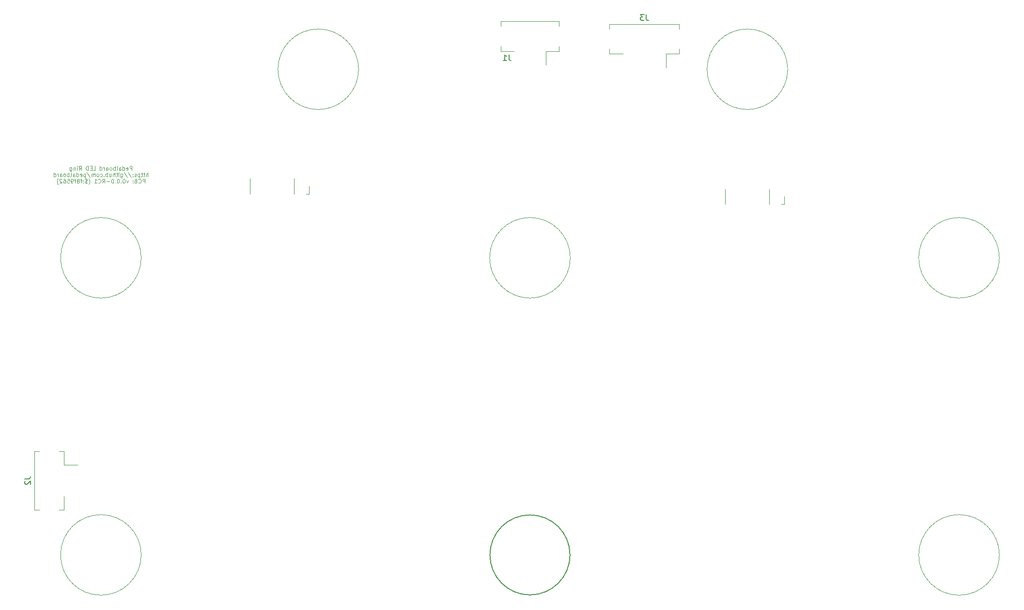
<source format=gbo>
G04 #@! TF.GenerationSoftware,KiCad,Pcbnew,8.0.4+1*
G04 #@! TF.CreationDate,2024-10-05T20:32:55+00:00*
G04 #@! TF.ProjectId,pedalboard-display,70656461-6c62-46f6-9172-642d64697370,0.0.0-RC1*
G04 #@! TF.SameCoordinates,Original*
G04 #@! TF.FileFunction,Legend,Bot*
G04 #@! TF.FilePolarity,Positive*
%FSLAX46Y46*%
G04 Gerber Fmt 4.6, Leading zero omitted, Abs format (unit mm)*
G04 Created by KiCad (PCBNEW 8.0.4+1) date 2024-10-05 20:32:55*
%MOMM*%
%LPD*%
G01*
G04 APERTURE LIST*
%ADD10C,0.100000*%
%ADD11C,0.150000*%
%ADD12C,0.120000*%
%ADD13C,2.100000*%
%ADD14R,1.700000X3.600000*%
%ADD15O,1.700000X3.500000*%
G04 APERTURE END LIST*
D10*
X189050000Y-124000000D02*
G75*
G02*
X174950000Y-124000000I-7050000J0D01*
G01*
X174950000Y-124000000D02*
G75*
G02*
X189050000Y-124000000I7050000J0D01*
G01*
X189050000Y-72000000D02*
G75*
G02*
X174950000Y-72000000I-7050000J0D01*
G01*
X174950000Y-72000000D02*
G75*
G02*
X189050000Y-72000000I7050000J0D01*
G01*
X152050000Y-39000000D02*
G75*
G02*
X137950000Y-39000000I-7050000J0D01*
G01*
X137950000Y-39000000D02*
G75*
G02*
X152050000Y-39000000I7050000J0D01*
G01*
X77050000Y-39000000D02*
G75*
G02*
X62950000Y-39000000I-7050000J0D01*
G01*
X62950000Y-39000000D02*
G75*
G02*
X77050000Y-39000000I7050000J0D01*
G01*
X39050000Y-124000000D02*
G75*
G02*
X24950000Y-124000000I-7050000J0D01*
G01*
X24950000Y-124000000D02*
G75*
G02*
X39050000Y-124000000I7050000J0D01*
G01*
X39050000Y-72000000D02*
G75*
G02*
X24950000Y-72000000I-7050000J0D01*
G01*
X24950000Y-72000000D02*
G75*
G02*
X39050000Y-72000000I7050000J0D01*
G01*
D11*
X114000000Y-124000000D02*
G75*
G02*
X100000000Y-124000000I-7000000J0D01*
G01*
X100000000Y-124000000D02*
G75*
G02*
X114000000Y-124000000I7000000J0D01*
G01*
D10*
X114050000Y-72000000D02*
G75*
G02*
X99950000Y-72000000I-7050000J0D01*
G01*
X99950000Y-72000000D02*
G75*
G02*
X114050000Y-72000000I7050000J0D01*
G01*
X37416664Y-56655211D02*
X37416664Y-55955211D01*
X37416664Y-55955211D02*
X37149997Y-55955211D01*
X37149997Y-55955211D02*
X37083331Y-55988544D01*
X37083331Y-55988544D02*
X37049997Y-56021878D01*
X37049997Y-56021878D02*
X37016664Y-56088544D01*
X37016664Y-56088544D02*
X37016664Y-56188544D01*
X37016664Y-56188544D02*
X37049997Y-56255211D01*
X37049997Y-56255211D02*
X37083331Y-56288544D01*
X37083331Y-56288544D02*
X37149997Y-56321878D01*
X37149997Y-56321878D02*
X37416664Y-56321878D01*
X36449997Y-56621878D02*
X36516664Y-56655211D01*
X36516664Y-56655211D02*
X36649997Y-56655211D01*
X36649997Y-56655211D02*
X36716664Y-56621878D01*
X36716664Y-56621878D02*
X36749997Y-56555211D01*
X36749997Y-56555211D02*
X36749997Y-56288544D01*
X36749997Y-56288544D02*
X36716664Y-56221878D01*
X36716664Y-56221878D02*
X36649997Y-56188544D01*
X36649997Y-56188544D02*
X36516664Y-56188544D01*
X36516664Y-56188544D02*
X36449997Y-56221878D01*
X36449997Y-56221878D02*
X36416664Y-56288544D01*
X36416664Y-56288544D02*
X36416664Y-56355211D01*
X36416664Y-56355211D02*
X36749997Y-56421878D01*
X35816664Y-56655211D02*
X35816664Y-55955211D01*
X35816664Y-56621878D02*
X35883331Y-56655211D01*
X35883331Y-56655211D02*
X36016664Y-56655211D01*
X36016664Y-56655211D02*
X36083331Y-56621878D01*
X36083331Y-56621878D02*
X36116664Y-56588544D01*
X36116664Y-56588544D02*
X36149997Y-56521878D01*
X36149997Y-56521878D02*
X36149997Y-56321878D01*
X36149997Y-56321878D02*
X36116664Y-56255211D01*
X36116664Y-56255211D02*
X36083331Y-56221878D01*
X36083331Y-56221878D02*
X36016664Y-56188544D01*
X36016664Y-56188544D02*
X35883331Y-56188544D01*
X35883331Y-56188544D02*
X35816664Y-56221878D01*
X35183331Y-56655211D02*
X35183331Y-56288544D01*
X35183331Y-56288544D02*
X35216664Y-56221878D01*
X35216664Y-56221878D02*
X35283331Y-56188544D01*
X35283331Y-56188544D02*
X35416664Y-56188544D01*
X35416664Y-56188544D02*
X35483331Y-56221878D01*
X35183331Y-56621878D02*
X35249998Y-56655211D01*
X35249998Y-56655211D02*
X35416664Y-56655211D01*
X35416664Y-56655211D02*
X35483331Y-56621878D01*
X35483331Y-56621878D02*
X35516664Y-56555211D01*
X35516664Y-56555211D02*
X35516664Y-56488544D01*
X35516664Y-56488544D02*
X35483331Y-56421878D01*
X35483331Y-56421878D02*
X35416664Y-56388544D01*
X35416664Y-56388544D02*
X35249998Y-56388544D01*
X35249998Y-56388544D02*
X35183331Y-56355211D01*
X34749998Y-56655211D02*
X34816665Y-56621878D01*
X34816665Y-56621878D02*
X34849998Y-56555211D01*
X34849998Y-56555211D02*
X34849998Y-55955211D01*
X34483331Y-56655211D02*
X34483331Y-55955211D01*
X34483331Y-56221878D02*
X34416664Y-56188544D01*
X34416664Y-56188544D02*
X34283331Y-56188544D01*
X34283331Y-56188544D02*
X34216664Y-56221878D01*
X34216664Y-56221878D02*
X34183331Y-56255211D01*
X34183331Y-56255211D02*
X34149998Y-56321878D01*
X34149998Y-56321878D02*
X34149998Y-56521878D01*
X34149998Y-56521878D02*
X34183331Y-56588544D01*
X34183331Y-56588544D02*
X34216664Y-56621878D01*
X34216664Y-56621878D02*
X34283331Y-56655211D01*
X34283331Y-56655211D02*
X34416664Y-56655211D01*
X34416664Y-56655211D02*
X34483331Y-56621878D01*
X33749998Y-56655211D02*
X33816665Y-56621878D01*
X33816665Y-56621878D02*
X33849998Y-56588544D01*
X33849998Y-56588544D02*
X33883331Y-56521878D01*
X33883331Y-56521878D02*
X33883331Y-56321878D01*
X33883331Y-56321878D02*
X33849998Y-56255211D01*
X33849998Y-56255211D02*
X33816665Y-56221878D01*
X33816665Y-56221878D02*
X33749998Y-56188544D01*
X33749998Y-56188544D02*
X33649998Y-56188544D01*
X33649998Y-56188544D02*
X33583331Y-56221878D01*
X33583331Y-56221878D02*
X33549998Y-56255211D01*
X33549998Y-56255211D02*
X33516665Y-56321878D01*
X33516665Y-56321878D02*
X33516665Y-56521878D01*
X33516665Y-56521878D02*
X33549998Y-56588544D01*
X33549998Y-56588544D02*
X33583331Y-56621878D01*
X33583331Y-56621878D02*
X33649998Y-56655211D01*
X33649998Y-56655211D02*
X33749998Y-56655211D01*
X32916665Y-56655211D02*
X32916665Y-56288544D01*
X32916665Y-56288544D02*
X32949998Y-56221878D01*
X32949998Y-56221878D02*
X33016665Y-56188544D01*
X33016665Y-56188544D02*
X33149998Y-56188544D01*
X33149998Y-56188544D02*
X33216665Y-56221878D01*
X32916665Y-56621878D02*
X32983332Y-56655211D01*
X32983332Y-56655211D02*
X33149998Y-56655211D01*
X33149998Y-56655211D02*
X33216665Y-56621878D01*
X33216665Y-56621878D02*
X33249998Y-56555211D01*
X33249998Y-56555211D02*
X33249998Y-56488544D01*
X33249998Y-56488544D02*
X33216665Y-56421878D01*
X33216665Y-56421878D02*
X33149998Y-56388544D01*
X33149998Y-56388544D02*
X32983332Y-56388544D01*
X32983332Y-56388544D02*
X32916665Y-56355211D01*
X32583332Y-56655211D02*
X32583332Y-56188544D01*
X32583332Y-56321878D02*
X32549999Y-56255211D01*
X32549999Y-56255211D02*
X32516665Y-56221878D01*
X32516665Y-56221878D02*
X32449999Y-56188544D01*
X32449999Y-56188544D02*
X32383332Y-56188544D01*
X31849999Y-56655211D02*
X31849999Y-55955211D01*
X31849999Y-56621878D02*
X31916666Y-56655211D01*
X31916666Y-56655211D02*
X32049999Y-56655211D01*
X32049999Y-56655211D02*
X32116666Y-56621878D01*
X32116666Y-56621878D02*
X32149999Y-56588544D01*
X32149999Y-56588544D02*
X32183332Y-56521878D01*
X32183332Y-56521878D02*
X32183332Y-56321878D01*
X32183332Y-56321878D02*
X32149999Y-56255211D01*
X32149999Y-56255211D02*
X32116666Y-56221878D01*
X32116666Y-56221878D02*
X32049999Y-56188544D01*
X32049999Y-56188544D02*
X31916666Y-56188544D01*
X31916666Y-56188544D02*
X31849999Y-56221878D01*
X30650000Y-56655211D02*
X30983333Y-56655211D01*
X30983333Y-56655211D02*
X30983333Y-55955211D01*
X30416666Y-56288544D02*
X30183333Y-56288544D01*
X30083333Y-56655211D02*
X30416666Y-56655211D01*
X30416666Y-56655211D02*
X30416666Y-55955211D01*
X30416666Y-55955211D02*
X30083333Y-55955211D01*
X29783333Y-56655211D02*
X29783333Y-55955211D01*
X29783333Y-55955211D02*
X29616666Y-55955211D01*
X29616666Y-55955211D02*
X29516666Y-55988544D01*
X29516666Y-55988544D02*
X29450000Y-56055211D01*
X29450000Y-56055211D02*
X29416666Y-56121878D01*
X29416666Y-56121878D02*
X29383333Y-56255211D01*
X29383333Y-56255211D02*
X29383333Y-56355211D01*
X29383333Y-56355211D02*
X29416666Y-56488544D01*
X29416666Y-56488544D02*
X29450000Y-56555211D01*
X29450000Y-56555211D02*
X29516666Y-56621878D01*
X29516666Y-56621878D02*
X29616666Y-56655211D01*
X29616666Y-56655211D02*
X29783333Y-56655211D01*
X28150000Y-56655211D02*
X28383333Y-56321878D01*
X28550000Y-56655211D02*
X28550000Y-55955211D01*
X28550000Y-55955211D02*
X28283333Y-55955211D01*
X28283333Y-55955211D02*
X28216667Y-55988544D01*
X28216667Y-55988544D02*
X28183333Y-56021878D01*
X28183333Y-56021878D02*
X28150000Y-56088544D01*
X28150000Y-56088544D02*
X28150000Y-56188544D01*
X28150000Y-56188544D02*
X28183333Y-56255211D01*
X28183333Y-56255211D02*
X28216667Y-56288544D01*
X28216667Y-56288544D02*
X28283333Y-56321878D01*
X28283333Y-56321878D02*
X28550000Y-56321878D01*
X27850000Y-56655211D02*
X27850000Y-56188544D01*
X27850000Y-55955211D02*
X27883333Y-55988544D01*
X27883333Y-55988544D02*
X27850000Y-56021878D01*
X27850000Y-56021878D02*
X27816667Y-55988544D01*
X27816667Y-55988544D02*
X27850000Y-55955211D01*
X27850000Y-55955211D02*
X27850000Y-56021878D01*
X27516667Y-56188544D02*
X27516667Y-56655211D01*
X27516667Y-56255211D02*
X27483334Y-56221878D01*
X27483334Y-56221878D02*
X27416667Y-56188544D01*
X27416667Y-56188544D02*
X27316667Y-56188544D01*
X27316667Y-56188544D02*
X27250000Y-56221878D01*
X27250000Y-56221878D02*
X27216667Y-56288544D01*
X27216667Y-56288544D02*
X27216667Y-56655211D01*
X26583334Y-56188544D02*
X26583334Y-56755211D01*
X26583334Y-56755211D02*
X26616667Y-56821878D01*
X26616667Y-56821878D02*
X26650001Y-56855211D01*
X26650001Y-56855211D02*
X26716667Y-56888544D01*
X26716667Y-56888544D02*
X26816667Y-56888544D01*
X26816667Y-56888544D02*
X26883334Y-56855211D01*
X26583334Y-56621878D02*
X26650001Y-56655211D01*
X26650001Y-56655211D02*
X26783334Y-56655211D01*
X26783334Y-56655211D02*
X26850001Y-56621878D01*
X26850001Y-56621878D02*
X26883334Y-56588544D01*
X26883334Y-56588544D02*
X26916667Y-56521878D01*
X26916667Y-56521878D02*
X26916667Y-56321878D01*
X26916667Y-56321878D02*
X26883334Y-56255211D01*
X26883334Y-56255211D02*
X26850001Y-56221878D01*
X26850001Y-56221878D02*
X26783334Y-56188544D01*
X26783334Y-56188544D02*
X26650001Y-56188544D01*
X26650001Y-56188544D02*
X26583334Y-56221878D01*
X40216663Y-57782172D02*
X40216663Y-57082172D01*
X39916663Y-57782172D02*
X39916663Y-57415505D01*
X39916663Y-57415505D02*
X39949996Y-57348839D01*
X39949996Y-57348839D02*
X40016663Y-57315505D01*
X40016663Y-57315505D02*
X40116663Y-57315505D01*
X40116663Y-57315505D02*
X40183330Y-57348839D01*
X40183330Y-57348839D02*
X40216663Y-57382172D01*
X39683330Y-57315505D02*
X39416663Y-57315505D01*
X39583330Y-57082172D02*
X39583330Y-57682172D01*
X39583330Y-57682172D02*
X39549997Y-57748839D01*
X39549997Y-57748839D02*
X39483330Y-57782172D01*
X39483330Y-57782172D02*
X39416663Y-57782172D01*
X39283330Y-57315505D02*
X39016663Y-57315505D01*
X39183330Y-57082172D02*
X39183330Y-57682172D01*
X39183330Y-57682172D02*
X39149997Y-57748839D01*
X39149997Y-57748839D02*
X39083330Y-57782172D01*
X39083330Y-57782172D02*
X39016663Y-57782172D01*
X38783330Y-57315505D02*
X38783330Y-58015505D01*
X38783330Y-57348839D02*
X38716663Y-57315505D01*
X38716663Y-57315505D02*
X38583330Y-57315505D01*
X38583330Y-57315505D02*
X38516663Y-57348839D01*
X38516663Y-57348839D02*
X38483330Y-57382172D01*
X38483330Y-57382172D02*
X38449997Y-57448839D01*
X38449997Y-57448839D02*
X38449997Y-57648839D01*
X38449997Y-57648839D02*
X38483330Y-57715505D01*
X38483330Y-57715505D02*
X38516663Y-57748839D01*
X38516663Y-57748839D02*
X38583330Y-57782172D01*
X38583330Y-57782172D02*
X38716663Y-57782172D01*
X38716663Y-57782172D02*
X38783330Y-57748839D01*
X38183330Y-57748839D02*
X38116664Y-57782172D01*
X38116664Y-57782172D02*
X37983330Y-57782172D01*
X37983330Y-57782172D02*
X37916664Y-57748839D01*
X37916664Y-57748839D02*
X37883330Y-57682172D01*
X37883330Y-57682172D02*
X37883330Y-57648839D01*
X37883330Y-57648839D02*
X37916664Y-57582172D01*
X37916664Y-57582172D02*
X37983330Y-57548839D01*
X37983330Y-57548839D02*
X38083330Y-57548839D01*
X38083330Y-57548839D02*
X38149997Y-57515505D01*
X38149997Y-57515505D02*
X38183330Y-57448839D01*
X38183330Y-57448839D02*
X38183330Y-57415505D01*
X38183330Y-57415505D02*
X38149997Y-57348839D01*
X38149997Y-57348839D02*
X38083330Y-57315505D01*
X38083330Y-57315505D02*
X37983330Y-57315505D01*
X37983330Y-57315505D02*
X37916664Y-57348839D01*
X37583330Y-57715505D02*
X37549997Y-57748839D01*
X37549997Y-57748839D02*
X37583330Y-57782172D01*
X37583330Y-57782172D02*
X37616663Y-57748839D01*
X37616663Y-57748839D02*
X37583330Y-57715505D01*
X37583330Y-57715505D02*
X37583330Y-57782172D01*
X37583330Y-57348839D02*
X37549997Y-57382172D01*
X37549997Y-57382172D02*
X37583330Y-57415505D01*
X37583330Y-57415505D02*
X37616663Y-57382172D01*
X37616663Y-57382172D02*
X37583330Y-57348839D01*
X37583330Y-57348839D02*
X37583330Y-57415505D01*
X36749997Y-57048839D02*
X37349997Y-57948839D01*
X36016664Y-57048839D02*
X36616664Y-57948839D01*
X35483331Y-57315505D02*
X35483331Y-57882172D01*
X35483331Y-57882172D02*
X35516664Y-57948839D01*
X35516664Y-57948839D02*
X35549998Y-57982172D01*
X35549998Y-57982172D02*
X35616664Y-58015505D01*
X35616664Y-58015505D02*
X35716664Y-58015505D01*
X35716664Y-58015505D02*
X35783331Y-57982172D01*
X35483331Y-57748839D02*
X35549998Y-57782172D01*
X35549998Y-57782172D02*
X35683331Y-57782172D01*
X35683331Y-57782172D02*
X35749998Y-57748839D01*
X35749998Y-57748839D02*
X35783331Y-57715505D01*
X35783331Y-57715505D02*
X35816664Y-57648839D01*
X35816664Y-57648839D02*
X35816664Y-57448839D01*
X35816664Y-57448839D02*
X35783331Y-57382172D01*
X35783331Y-57382172D02*
X35749998Y-57348839D01*
X35749998Y-57348839D02*
X35683331Y-57315505D01*
X35683331Y-57315505D02*
X35549998Y-57315505D01*
X35549998Y-57315505D02*
X35483331Y-57348839D01*
X35149998Y-57782172D02*
X35149998Y-57315505D01*
X35149998Y-57082172D02*
X35183331Y-57115505D01*
X35183331Y-57115505D02*
X35149998Y-57148839D01*
X35149998Y-57148839D02*
X35116665Y-57115505D01*
X35116665Y-57115505D02*
X35149998Y-57082172D01*
X35149998Y-57082172D02*
X35149998Y-57148839D01*
X34916665Y-57315505D02*
X34649998Y-57315505D01*
X34816665Y-57082172D02*
X34816665Y-57682172D01*
X34816665Y-57682172D02*
X34783332Y-57748839D01*
X34783332Y-57748839D02*
X34716665Y-57782172D01*
X34716665Y-57782172D02*
X34649998Y-57782172D01*
X34416665Y-57782172D02*
X34416665Y-57082172D01*
X34116665Y-57782172D02*
X34116665Y-57415505D01*
X34116665Y-57415505D02*
X34149998Y-57348839D01*
X34149998Y-57348839D02*
X34216665Y-57315505D01*
X34216665Y-57315505D02*
X34316665Y-57315505D01*
X34316665Y-57315505D02*
X34383332Y-57348839D01*
X34383332Y-57348839D02*
X34416665Y-57382172D01*
X33483332Y-57315505D02*
X33483332Y-57782172D01*
X33783332Y-57315505D02*
X33783332Y-57682172D01*
X33783332Y-57682172D02*
X33749999Y-57748839D01*
X33749999Y-57748839D02*
X33683332Y-57782172D01*
X33683332Y-57782172D02*
X33583332Y-57782172D01*
X33583332Y-57782172D02*
X33516665Y-57748839D01*
X33516665Y-57748839D02*
X33483332Y-57715505D01*
X33149999Y-57782172D02*
X33149999Y-57082172D01*
X33149999Y-57348839D02*
X33083332Y-57315505D01*
X33083332Y-57315505D02*
X32949999Y-57315505D01*
X32949999Y-57315505D02*
X32883332Y-57348839D01*
X32883332Y-57348839D02*
X32849999Y-57382172D01*
X32849999Y-57382172D02*
X32816666Y-57448839D01*
X32816666Y-57448839D02*
X32816666Y-57648839D01*
X32816666Y-57648839D02*
X32849999Y-57715505D01*
X32849999Y-57715505D02*
X32883332Y-57748839D01*
X32883332Y-57748839D02*
X32949999Y-57782172D01*
X32949999Y-57782172D02*
X33083332Y-57782172D01*
X33083332Y-57782172D02*
X33149999Y-57748839D01*
X32516666Y-57715505D02*
X32483333Y-57748839D01*
X32483333Y-57748839D02*
X32516666Y-57782172D01*
X32516666Y-57782172D02*
X32549999Y-57748839D01*
X32549999Y-57748839D02*
X32516666Y-57715505D01*
X32516666Y-57715505D02*
X32516666Y-57782172D01*
X31883333Y-57748839D02*
X31950000Y-57782172D01*
X31950000Y-57782172D02*
X32083333Y-57782172D01*
X32083333Y-57782172D02*
X32150000Y-57748839D01*
X32150000Y-57748839D02*
X32183333Y-57715505D01*
X32183333Y-57715505D02*
X32216666Y-57648839D01*
X32216666Y-57648839D02*
X32216666Y-57448839D01*
X32216666Y-57448839D02*
X32183333Y-57382172D01*
X32183333Y-57382172D02*
X32150000Y-57348839D01*
X32150000Y-57348839D02*
X32083333Y-57315505D01*
X32083333Y-57315505D02*
X31950000Y-57315505D01*
X31950000Y-57315505D02*
X31883333Y-57348839D01*
X31483333Y-57782172D02*
X31550000Y-57748839D01*
X31550000Y-57748839D02*
X31583333Y-57715505D01*
X31583333Y-57715505D02*
X31616666Y-57648839D01*
X31616666Y-57648839D02*
X31616666Y-57448839D01*
X31616666Y-57448839D02*
X31583333Y-57382172D01*
X31583333Y-57382172D02*
X31550000Y-57348839D01*
X31550000Y-57348839D02*
X31483333Y-57315505D01*
X31483333Y-57315505D02*
X31383333Y-57315505D01*
X31383333Y-57315505D02*
X31316666Y-57348839D01*
X31316666Y-57348839D02*
X31283333Y-57382172D01*
X31283333Y-57382172D02*
X31250000Y-57448839D01*
X31250000Y-57448839D02*
X31250000Y-57648839D01*
X31250000Y-57648839D02*
X31283333Y-57715505D01*
X31283333Y-57715505D02*
X31316666Y-57748839D01*
X31316666Y-57748839D02*
X31383333Y-57782172D01*
X31383333Y-57782172D02*
X31483333Y-57782172D01*
X30950000Y-57782172D02*
X30950000Y-57315505D01*
X30950000Y-57382172D02*
X30916667Y-57348839D01*
X30916667Y-57348839D02*
X30850000Y-57315505D01*
X30850000Y-57315505D02*
X30750000Y-57315505D01*
X30750000Y-57315505D02*
X30683333Y-57348839D01*
X30683333Y-57348839D02*
X30650000Y-57415505D01*
X30650000Y-57415505D02*
X30650000Y-57782172D01*
X30650000Y-57415505D02*
X30616667Y-57348839D01*
X30616667Y-57348839D02*
X30550000Y-57315505D01*
X30550000Y-57315505D02*
X30450000Y-57315505D01*
X30450000Y-57315505D02*
X30383333Y-57348839D01*
X30383333Y-57348839D02*
X30350000Y-57415505D01*
X30350000Y-57415505D02*
X30350000Y-57782172D01*
X29516667Y-57048839D02*
X30116667Y-57948839D01*
X29283334Y-57315505D02*
X29283334Y-58015505D01*
X29283334Y-57348839D02*
X29216667Y-57315505D01*
X29216667Y-57315505D02*
X29083334Y-57315505D01*
X29083334Y-57315505D02*
X29016667Y-57348839D01*
X29016667Y-57348839D02*
X28983334Y-57382172D01*
X28983334Y-57382172D02*
X28950001Y-57448839D01*
X28950001Y-57448839D02*
X28950001Y-57648839D01*
X28950001Y-57648839D02*
X28983334Y-57715505D01*
X28983334Y-57715505D02*
X29016667Y-57748839D01*
X29016667Y-57748839D02*
X29083334Y-57782172D01*
X29083334Y-57782172D02*
X29216667Y-57782172D01*
X29216667Y-57782172D02*
X29283334Y-57748839D01*
X28383334Y-57748839D02*
X28450001Y-57782172D01*
X28450001Y-57782172D02*
X28583334Y-57782172D01*
X28583334Y-57782172D02*
X28650001Y-57748839D01*
X28650001Y-57748839D02*
X28683334Y-57682172D01*
X28683334Y-57682172D02*
X28683334Y-57415505D01*
X28683334Y-57415505D02*
X28650001Y-57348839D01*
X28650001Y-57348839D02*
X28583334Y-57315505D01*
X28583334Y-57315505D02*
X28450001Y-57315505D01*
X28450001Y-57315505D02*
X28383334Y-57348839D01*
X28383334Y-57348839D02*
X28350001Y-57415505D01*
X28350001Y-57415505D02*
X28350001Y-57482172D01*
X28350001Y-57482172D02*
X28683334Y-57548839D01*
X27750001Y-57782172D02*
X27750001Y-57082172D01*
X27750001Y-57748839D02*
X27816668Y-57782172D01*
X27816668Y-57782172D02*
X27950001Y-57782172D01*
X27950001Y-57782172D02*
X28016668Y-57748839D01*
X28016668Y-57748839D02*
X28050001Y-57715505D01*
X28050001Y-57715505D02*
X28083334Y-57648839D01*
X28083334Y-57648839D02*
X28083334Y-57448839D01*
X28083334Y-57448839D02*
X28050001Y-57382172D01*
X28050001Y-57382172D02*
X28016668Y-57348839D01*
X28016668Y-57348839D02*
X27950001Y-57315505D01*
X27950001Y-57315505D02*
X27816668Y-57315505D01*
X27816668Y-57315505D02*
X27750001Y-57348839D01*
X27116668Y-57782172D02*
X27116668Y-57415505D01*
X27116668Y-57415505D02*
X27150001Y-57348839D01*
X27150001Y-57348839D02*
X27216668Y-57315505D01*
X27216668Y-57315505D02*
X27350001Y-57315505D01*
X27350001Y-57315505D02*
X27416668Y-57348839D01*
X27116668Y-57748839D02*
X27183335Y-57782172D01*
X27183335Y-57782172D02*
X27350001Y-57782172D01*
X27350001Y-57782172D02*
X27416668Y-57748839D01*
X27416668Y-57748839D02*
X27450001Y-57682172D01*
X27450001Y-57682172D02*
X27450001Y-57615505D01*
X27450001Y-57615505D02*
X27416668Y-57548839D01*
X27416668Y-57548839D02*
X27350001Y-57515505D01*
X27350001Y-57515505D02*
X27183335Y-57515505D01*
X27183335Y-57515505D02*
X27116668Y-57482172D01*
X26683335Y-57782172D02*
X26750002Y-57748839D01*
X26750002Y-57748839D02*
X26783335Y-57682172D01*
X26783335Y-57682172D02*
X26783335Y-57082172D01*
X26416668Y-57782172D02*
X26416668Y-57082172D01*
X26416668Y-57348839D02*
X26350001Y-57315505D01*
X26350001Y-57315505D02*
X26216668Y-57315505D01*
X26216668Y-57315505D02*
X26150001Y-57348839D01*
X26150001Y-57348839D02*
X26116668Y-57382172D01*
X26116668Y-57382172D02*
X26083335Y-57448839D01*
X26083335Y-57448839D02*
X26083335Y-57648839D01*
X26083335Y-57648839D02*
X26116668Y-57715505D01*
X26116668Y-57715505D02*
X26150001Y-57748839D01*
X26150001Y-57748839D02*
X26216668Y-57782172D01*
X26216668Y-57782172D02*
X26350001Y-57782172D01*
X26350001Y-57782172D02*
X26416668Y-57748839D01*
X25683335Y-57782172D02*
X25750002Y-57748839D01*
X25750002Y-57748839D02*
X25783335Y-57715505D01*
X25783335Y-57715505D02*
X25816668Y-57648839D01*
X25816668Y-57648839D02*
X25816668Y-57448839D01*
X25816668Y-57448839D02*
X25783335Y-57382172D01*
X25783335Y-57382172D02*
X25750002Y-57348839D01*
X25750002Y-57348839D02*
X25683335Y-57315505D01*
X25683335Y-57315505D02*
X25583335Y-57315505D01*
X25583335Y-57315505D02*
X25516668Y-57348839D01*
X25516668Y-57348839D02*
X25483335Y-57382172D01*
X25483335Y-57382172D02*
X25450002Y-57448839D01*
X25450002Y-57448839D02*
X25450002Y-57648839D01*
X25450002Y-57648839D02*
X25483335Y-57715505D01*
X25483335Y-57715505D02*
X25516668Y-57748839D01*
X25516668Y-57748839D02*
X25583335Y-57782172D01*
X25583335Y-57782172D02*
X25683335Y-57782172D01*
X24850002Y-57782172D02*
X24850002Y-57415505D01*
X24850002Y-57415505D02*
X24883335Y-57348839D01*
X24883335Y-57348839D02*
X24950002Y-57315505D01*
X24950002Y-57315505D02*
X25083335Y-57315505D01*
X25083335Y-57315505D02*
X25150002Y-57348839D01*
X24850002Y-57748839D02*
X24916669Y-57782172D01*
X24916669Y-57782172D02*
X25083335Y-57782172D01*
X25083335Y-57782172D02*
X25150002Y-57748839D01*
X25150002Y-57748839D02*
X25183335Y-57682172D01*
X25183335Y-57682172D02*
X25183335Y-57615505D01*
X25183335Y-57615505D02*
X25150002Y-57548839D01*
X25150002Y-57548839D02*
X25083335Y-57515505D01*
X25083335Y-57515505D02*
X24916669Y-57515505D01*
X24916669Y-57515505D02*
X24850002Y-57482172D01*
X24516669Y-57782172D02*
X24516669Y-57315505D01*
X24516669Y-57448839D02*
X24483336Y-57382172D01*
X24483336Y-57382172D02*
X24450002Y-57348839D01*
X24450002Y-57348839D02*
X24383336Y-57315505D01*
X24383336Y-57315505D02*
X24316669Y-57315505D01*
X23783336Y-57782172D02*
X23783336Y-57082172D01*
X23783336Y-57748839D02*
X23850003Y-57782172D01*
X23850003Y-57782172D02*
X23983336Y-57782172D01*
X23983336Y-57782172D02*
X24050003Y-57748839D01*
X24050003Y-57748839D02*
X24083336Y-57715505D01*
X24083336Y-57715505D02*
X24116669Y-57648839D01*
X24116669Y-57648839D02*
X24116669Y-57448839D01*
X24116669Y-57448839D02*
X24083336Y-57382172D01*
X24083336Y-57382172D02*
X24050003Y-57348839D01*
X24050003Y-57348839D02*
X23983336Y-57315505D01*
X23983336Y-57315505D02*
X23850003Y-57315505D01*
X23850003Y-57315505D02*
X23783336Y-57348839D01*
X39683334Y-58909133D02*
X39683334Y-58209133D01*
X39683334Y-58209133D02*
X39416667Y-58209133D01*
X39416667Y-58209133D02*
X39350001Y-58242466D01*
X39350001Y-58242466D02*
X39316667Y-58275800D01*
X39316667Y-58275800D02*
X39283334Y-58342466D01*
X39283334Y-58342466D02*
X39283334Y-58442466D01*
X39283334Y-58442466D02*
X39316667Y-58509133D01*
X39316667Y-58509133D02*
X39350001Y-58542466D01*
X39350001Y-58542466D02*
X39416667Y-58575800D01*
X39416667Y-58575800D02*
X39683334Y-58575800D01*
X38583334Y-58842466D02*
X38616667Y-58875800D01*
X38616667Y-58875800D02*
X38716667Y-58909133D01*
X38716667Y-58909133D02*
X38783334Y-58909133D01*
X38783334Y-58909133D02*
X38883334Y-58875800D01*
X38883334Y-58875800D02*
X38950001Y-58809133D01*
X38950001Y-58809133D02*
X38983334Y-58742466D01*
X38983334Y-58742466D02*
X39016667Y-58609133D01*
X39016667Y-58609133D02*
X39016667Y-58509133D01*
X39016667Y-58509133D02*
X38983334Y-58375800D01*
X38983334Y-58375800D02*
X38950001Y-58309133D01*
X38950001Y-58309133D02*
X38883334Y-58242466D01*
X38883334Y-58242466D02*
X38783334Y-58209133D01*
X38783334Y-58209133D02*
X38716667Y-58209133D01*
X38716667Y-58209133D02*
X38616667Y-58242466D01*
X38616667Y-58242466D02*
X38583334Y-58275800D01*
X38050001Y-58542466D02*
X37950001Y-58575800D01*
X37950001Y-58575800D02*
X37916667Y-58609133D01*
X37916667Y-58609133D02*
X37883334Y-58675800D01*
X37883334Y-58675800D02*
X37883334Y-58775800D01*
X37883334Y-58775800D02*
X37916667Y-58842466D01*
X37916667Y-58842466D02*
X37950001Y-58875800D01*
X37950001Y-58875800D02*
X38016667Y-58909133D01*
X38016667Y-58909133D02*
X38283334Y-58909133D01*
X38283334Y-58909133D02*
X38283334Y-58209133D01*
X38283334Y-58209133D02*
X38050001Y-58209133D01*
X38050001Y-58209133D02*
X37983334Y-58242466D01*
X37983334Y-58242466D02*
X37950001Y-58275800D01*
X37950001Y-58275800D02*
X37916667Y-58342466D01*
X37916667Y-58342466D02*
X37916667Y-58409133D01*
X37916667Y-58409133D02*
X37950001Y-58475800D01*
X37950001Y-58475800D02*
X37983334Y-58509133D01*
X37983334Y-58509133D02*
X38050001Y-58542466D01*
X38050001Y-58542466D02*
X38283334Y-58542466D01*
X37583334Y-58842466D02*
X37550001Y-58875800D01*
X37550001Y-58875800D02*
X37583334Y-58909133D01*
X37583334Y-58909133D02*
X37616667Y-58875800D01*
X37616667Y-58875800D02*
X37583334Y-58842466D01*
X37583334Y-58842466D02*
X37583334Y-58909133D01*
X37583334Y-58475800D02*
X37550001Y-58509133D01*
X37550001Y-58509133D02*
X37583334Y-58542466D01*
X37583334Y-58542466D02*
X37616667Y-58509133D01*
X37616667Y-58509133D02*
X37583334Y-58475800D01*
X37583334Y-58475800D02*
X37583334Y-58542466D01*
X36783335Y-58442466D02*
X36616668Y-58909133D01*
X36616668Y-58909133D02*
X36450001Y-58442466D01*
X36050002Y-58209133D02*
X35983335Y-58209133D01*
X35983335Y-58209133D02*
X35916668Y-58242466D01*
X35916668Y-58242466D02*
X35883335Y-58275800D01*
X35883335Y-58275800D02*
X35850002Y-58342466D01*
X35850002Y-58342466D02*
X35816668Y-58475800D01*
X35816668Y-58475800D02*
X35816668Y-58642466D01*
X35816668Y-58642466D02*
X35850002Y-58775800D01*
X35850002Y-58775800D02*
X35883335Y-58842466D01*
X35883335Y-58842466D02*
X35916668Y-58875800D01*
X35916668Y-58875800D02*
X35983335Y-58909133D01*
X35983335Y-58909133D02*
X36050002Y-58909133D01*
X36050002Y-58909133D02*
X36116668Y-58875800D01*
X36116668Y-58875800D02*
X36150002Y-58842466D01*
X36150002Y-58842466D02*
X36183335Y-58775800D01*
X36183335Y-58775800D02*
X36216668Y-58642466D01*
X36216668Y-58642466D02*
X36216668Y-58475800D01*
X36216668Y-58475800D02*
X36183335Y-58342466D01*
X36183335Y-58342466D02*
X36150002Y-58275800D01*
X36150002Y-58275800D02*
X36116668Y-58242466D01*
X36116668Y-58242466D02*
X36050002Y-58209133D01*
X35516668Y-58842466D02*
X35483335Y-58875800D01*
X35483335Y-58875800D02*
X35516668Y-58909133D01*
X35516668Y-58909133D02*
X35550001Y-58875800D01*
X35550001Y-58875800D02*
X35516668Y-58842466D01*
X35516668Y-58842466D02*
X35516668Y-58909133D01*
X35050002Y-58209133D02*
X34983335Y-58209133D01*
X34983335Y-58209133D02*
X34916668Y-58242466D01*
X34916668Y-58242466D02*
X34883335Y-58275800D01*
X34883335Y-58275800D02*
X34850002Y-58342466D01*
X34850002Y-58342466D02*
X34816668Y-58475800D01*
X34816668Y-58475800D02*
X34816668Y-58642466D01*
X34816668Y-58642466D02*
X34850002Y-58775800D01*
X34850002Y-58775800D02*
X34883335Y-58842466D01*
X34883335Y-58842466D02*
X34916668Y-58875800D01*
X34916668Y-58875800D02*
X34983335Y-58909133D01*
X34983335Y-58909133D02*
X35050002Y-58909133D01*
X35050002Y-58909133D02*
X35116668Y-58875800D01*
X35116668Y-58875800D02*
X35150002Y-58842466D01*
X35150002Y-58842466D02*
X35183335Y-58775800D01*
X35183335Y-58775800D02*
X35216668Y-58642466D01*
X35216668Y-58642466D02*
X35216668Y-58475800D01*
X35216668Y-58475800D02*
X35183335Y-58342466D01*
X35183335Y-58342466D02*
X35150002Y-58275800D01*
X35150002Y-58275800D02*
X35116668Y-58242466D01*
X35116668Y-58242466D02*
X35050002Y-58209133D01*
X34516668Y-58842466D02*
X34483335Y-58875800D01*
X34483335Y-58875800D02*
X34516668Y-58909133D01*
X34516668Y-58909133D02*
X34550001Y-58875800D01*
X34550001Y-58875800D02*
X34516668Y-58842466D01*
X34516668Y-58842466D02*
X34516668Y-58909133D01*
X34050002Y-58209133D02*
X33983335Y-58209133D01*
X33983335Y-58209133D02*
X33916668Y-58242466D01*
X33916668Y-58242466D02*
X33883335Y-58275800D01*
X33883335Y-58275800D02*
X33850002Y-58342466D01*
X33850002Y-58342466D02*
X33816668Y-58475800D01*
X33816668Y-58475800D02*
X33816668Y-58642466D01*
X33816668Y-58642466D02*
X33850002Y-58775800D01*
X33850002Y-58775800D02*
X33883335Y-58842466D01*
X33883335Y-58842466D02*
X33916668Y-58875800D01*
X33916668Y-58875800D02*
X33983335Y-58909133D01*
X33983335Y-58909133D02*
X34050002Y-58909133D01*
X34050002Y-58909133D02*
X34116668Y-58875800D01*
X34116668Y-58875800D02*
X34150002Y-58842466D01*
X34150002Y-58842466D02*
X34183335Y-58775800D01*
X34183335Y-58775800D02*
X34216668Y-58642466D01*
X34216668Y-58642466D02*
X34216668Y-58475800D01*
X34216668Y-58475800D02*
X34183335Y-58342466D01*
X34183335Y-58342466D02*
X34150002Y-58275800D01*
X34150002Y-58275800D02*
X34116668Y-58242466D01*
X34116668Y-58242466D02*
X34050002Y-58209133D01*
X33516668Y-58642466D02*
X32983335Y-58642466D01*
X32250001Y-58909133D02*
X32483334Y-58575800D01*
X32650001Y-58909133D02*
X32650001Y-58209133D01*
X32650001Y-58209133D02*
X32383334Y-58209133D01*
X32383334Y-58209133D02*
X32316668Y-58242466D01*
X32316668Y-58242466D02*
X32283334Y-58275800D01*
X32283334Y-58275800D02*
X32250001Y-58342466D01*
X32250001Y-58342466D02*
X32250001Y-58442466D01*
X32250001Y-58442466D02*
X32283334Y-58509133D01*
X32283334Y-58509133D02*
X32316668Y-58542466D01*
X32316668Y-58542466D02*
X32383334Y-58575800D01*
X32383334Y-58575800D02*
X32650001Y-58575800D01*
X31550001Y-58842466D02*
X31583334Y-58875800D01*
X31583334Y-58875800D02*
X31683334Y-58909133D01*
X31683334Y-58909133D02*
X31750001Y-58909133D01*
X31750001Y-58909133D02*
X31850001Y-58875800D01*
X31850001Y-58875800D02*
X31916668Y-58809133D01*
X31916668Y-58809133D02*
X31950001Y-58742466D01*
X31950001Y-58742466D02*
X31983334Y-58609133D01*
X31983334Y-58609133D02*
X31983334Y-58509133D01*
X31983334Y-58509133D02*
X31950001Y-58375800D01*
X31950001Y-58375800D02*
X31916668Y-58309133D01*
X31916668Y-58309133D02*
X31850001Y-58242466D01*
X31850001Y-58242466D02*
X31750001Y-58209133D01*
X31750001Y-58209133D02*
X31683334Y-58209133D01*
X31683334Y-58209133D02*
X31583334Y-58242466D01*
X31583334Y-58242466D02*
X31550001Y-58275800D01*
X30883334Y-58909133D02*
X31283334Y-58909133D01*
X31083334Y-58909133D02*
X31083334Y-58209133D01*
X31083334Y-58209133D02*
X31150001Y-58309133D01*
X31150001Y-58309133D02*
X31216668Y-58375800D01*
X31216668Y-58375800D02*
X31283334Y-58409133D01*
X29850001Y-59175800D02*
X29883334Y-59142466D01*
X29883334Y-59142466D02*
X29950001Y-59042466D01*
X29950001Y-59042466D02*
X29983334Y-58975800D01*
X29983334Y-58975800D02*
X30016668Y-58875800D01*
X30016668Y-58875800D02*
X30050001Y-58709133D01*
X30050001Y-58709133D02*
X30050001Y-58575800D01*
X30050001Y-58575800D02*
X30016668Y-58409133D01*
X30016668Y-58409133D02*
X29983334Y-58309133D01*
X29983334Y-58309133D02*
X29950001Y-58242466D01*
X29950001Y-58242466D02*
X29883334Y-58142466D01*
X29883334Y-58142466D02*
X29850001Y-58109133D01*
X29616667Y-58875800D02*
X29516667Y-58909133D01*
X29516667Y-58909133D02*
X29350001Y-58909133D01*
X29350001Y-58909133D02*
X29283334Y-58875800D01*
X29283334Y-58875800D02*
X29250001Y-58842466D01*
X29250001Y-58842466D02*
X29216667Y-58775800D01*
X29216667Y-58775800D02*
X29216667Y-58709133D01*
X29216667Y-58709133D02*
X29250001Y-58642466D01*
X29250001Y-58642466D02*
X29283334Y-58609133D01*
X29283334Y-58609133D02*
X29350001Y-58575800D01*
X29350001Y-58575800D02*
X29483334Y-58542466D01*
X29483334Y-58542466D02*
X29550001Y-58509133D01*
X29550001Y-58509133D02*
X29583334Y-58475800D01*
X29583334Y-58475800D02*
X29616667Y-58409133D01*
X29616667Y-58409133D02*
X29616667Y-58342466D01*
X29616667Y-58342466D02*
X29583334Y-58275800D01*
X29583334Y-58275800D02*
X29550001Y-58242466D01*
X29550001Y-58242466D02*
X29483334Y-58209133D01*
X29483334Y-58209133D02*
X29316667Y-58209133D01*
X29316667Y-58209133D02*
X29216667Y-58242466D01*
X29416667Y-58109133D02*
X29416667Y-59009133D01*
X28916667Y-58842466D02*
X28883334Y-58875800D01*
X28883334Y-58875800D02*
X28916667Y-58909133D01*
X28916667Y-58909133D02*
X28950000Y-58875800D01*
X28950000Y-58875800D02*
X28916667Y-58842466D01*
X28916667Y-58842466D02*
X28916667Y-58909133D01*
X28916667Y-58475800D02*
X28883334Y-58509133D01*
X28883334Y-58509133D02*
X28916667Y-58542466D01*
X28916667Y-58542466D02*
X28950000Y-58509133D01*
X28950000Y-58509133D02*
X28916667Y-58475800D01*
X28916667Y-58475800D02*
X28916667Y-58542466D01*
X28683334Y-58442466D02*
X28416667Y-58442466D01*
X28583334Y-58909133D02*
X28583334Y-58309133D01*
X28583334Y-58309133D02*
X28550001Y-58242466D01*
X28550001Y-58242466D02*
X28483334Y-58209133D01*
X28483334Y-58209133D02*
X28416667Y-58209133D01*
X28083334Y-58509133D02*
X28150001Y-58475800D01*
X28150001Y-58475800D02*
X28183334Y-58442466D01*
X28183334Y-58442466D02*
X28216667Y-58375800D01*
X28216667Y-58375800D02*
X28216667Y-58342466D01*
X28216667Y-58342466D02*
X28183334Y-58275800D01*
X28183334Y-58275800D02*
X28150001Y-58242466D01*
X28150001Y-58242466D02*
X28083334Y-58209133D01*
X28083334Y-58209133D02*
X27950001Y-58209133D01*
X27950001Y-58209133D02*
X27883334Y-58242466D01*
X27883334Y-58242466D02*
X27850001Y-58275800D01*
X27850001Y-58275800D02*
X27816667Y-58342466D01*
X27816667Y-58342466D02*
X27816667Y-58375800D01*
X27816667Y-58375800D02*
X27850001Y-58442466D01*
X27850001Y-58442466D02*
X27883334Y-58475800D01*
X27883334Y-58475800D02*
X27950001Y-58509133D01*
X27950001Y-58509133D02*
X28083334Y-58509133D01*
X28083334Y-58509133D02*
X28150001Y-58542466D01*
X28150001Y-58542466D02*
X28183334Y-58575800D01*
X28183334Y-58575800D02*
X28216667Y-58642466D01*
X28216667Y-58642466D02*
X28216667Y-58775800D01*
X28216667Y-58775800D02*
X28183334Y-58842466D01*
X28183334Y-58842466D02*
X28150001Y-58875800D01*
X28150001Y-58875800D02*
X28083334Y-58909133D01*
X28083334Y-58909133D02*
X27950001Y-58909133D01*
X27950001Y-58909133D02*
X27883334Y-58875800D01*
X27883334Y-58875800D02*
X27850001Y-58842466D01*
X27850001Y-58842466D02*
X27816667Y-58775800D01*
X27816667Y-58775800D02*
X27816667Y-58642466D01*
X27816667Y-58642466D02*
X27850001Y-58575800D01*
X27850001Y-58575800D02*
X27883334Y-58542466D01*
X27883334Y-58542466D02*
X27950001Y-58509133D01*
X27616667Y-58442466D02*
X27350000Y-58442466D01*
X27516667Y-58909133D02*
X27516667Y-58309133D01*
X27516667Y-58309133D02*
X27483334Y-58242466D01*
X27483334Y-58242466D02*
X27416667Y-58209133D01*
X27416667Y-58209133D02*
X27350000Y-58209133D01*
X27083334Y-58909133D02*
X26950000Y-58909133D01*
X26950000Y-58909133D02*
X26883334Y-58875800D01*
X26883334Y-58875800D02*
X26850000Y-58842466D01*
X26850000Y-58842466D02*
X26783334Y-58742466D01*
X26783334Y-58742466D02*
X26750000Y-58609133D01*
X26750000Y-58609133D02*
X26750000Y-58342466D01*
X26750000Y-58342466D02*
X26783334Y-58275800D01*
X26783334Y-58275800D02*
X26816667Y-58242466D01*
X26816667Y-58242466D02*
X26883334Y-58209133D01*
X26883334Y-58209133D02*
X27016667Y-58209133D01*
X27016667Y-58209133D02*
X27083334Y-58242466D01*
X27083334Y-58242466D02*
X27116667Y-58275800D01*
X27116667Y-58275800D02*
X27150000Y-58342466D01*
X27150000Y-58342466D02*
X27150000Y-58509133D01*
X27150000Y-58509133D02*
X27116667Y-58575800D01*
X27116667Y-58575800D02*
X27083334Y-58609133D01*
X27083334Y-58609133D02*
X27016667Y-58642466D01*
X27016667Y-58642466D02*
X26883334Y-58642466D01*
X26883334Y-58642466D02*
X26816667Y-58609133D01*
X26816667Y-58609133D02*
X26783334Y-58575800D01*
X26783334Y-58575800D02*
X26750000Y-58509133D01*
X26116667Y-58209133D02*
X26450000Y-58209133D01*
X26450000Y-58209133D02*
X26483333Y-58542466D01*
X26483333Y-58542466D02*
X26450000Y-58509133D01*
X26450000Y-58509133D02*
X26383333Y-58475800D01*
X26383333Y-58475800D02*
X26216667Y-58475800D01*
X26216667Y-58475800D02*
X26150000Y-58509133D01*
X26150000Y-58509133D02*
X26116667Y-58542466D01*
X26116667Y-58542466D02*
X26083333Y-58609133D01*
X26083333Y-58609133D02*
X26083333Y-58775800D01*
X26083333Y-58775800D02*
X26116667Y-58842466D01*
X26116667Y-58842466D02*
X26150000Y-58875800D01*
X26150000Y-58875800D02*
X26216667Y-58909133D01*
X26216667Y-58909133D02*
X26383333Y-58909133D01*
X26383333Y-58909133D02*
X26450000Y-58875800D01*
X26450000Y-58875800D02*
X26483333Y-58842466D01*
X25483333Y-58209133D02*
X25616666Y-58209133D01*
X25616666Y-58209133D02*
X25683333Y-58242466D01*
X25683333Y-58242466D02*
X25716666Y-58275800D01*
X25716666Y-58275800D02*
X25783333Y-58375800D01*
X25783333Y-58375800D02*
X25816666Y-58509133D01*
X25816666Y-58509133D02*
X25816666Y-58775800D01*
X25816666Y-58775800D02*
X25783333Y-58842466D01*
X25783333Y-58842466D02*
X25750000Y-58875800D01*
X25750000Y-58875800D02*
X25683333Y-58909133D01*
X25683333Y-58909133D02*
X25550000Y-58909133D01*
X25550000Y-58909133D02*
X25483333Y-58875800D01*
X25483333Y-58875800D02*
X25450000Y-58842466D01*
X25450000Y-58842466D02*
X25416666Y-58775800D01*
X25416666Y-58775800D02*
X25416666Y-58609133D01*
X25416666Y-58609133D02*
X25450000Y-58542466D01*
X25450000Y-58542466D02*
X25483333Y-58509133D01*
X25483333Y-58509133D02*
X25550000Y-58475800D01*
X25550000Y-58475800D02*
X25683333Y-58475800D01*
X25683333Y-58475800D02*
X25750000Y-58509133D01*
X25750000Y-58509133D02*
X25783333Y-58542466D01*
X25783333Y-58542466D02*
X25816666Y-58609133D01*
X25149999Y-58275800D02*
X25116666Y-58242466D01*
X25116666Y-58242466D02*
X25049999Y-58209133D01*
X25049999Y-58209133D02*
X24883333Y-58209133D01*
X24883333Y-58209133D02*
X24816666Y-58242466D01*
X24816666Y-58242466D02*
X24783333Y-58275800D01*
X24783333Y-58275800D02*
X24749999Y-58342466D01*
X24749999Y-58342466D02*
X24749999Y-58409133D01*
X24749999Y-58409133D02*
X24783333Y-58509133D01*
X24783333Y-58509133D02*
X25183333Y-58909133D01*
X25183333Y-58909133D02*
X24749999Y-58909133D01*
X24516666Y-59175800D02*
X24483332Y-59142466D01*
X24483332Y-59142466D02*
X24416666Y-59042466D01*
X24416666Y-59042466D02*
X24383332Y-58975800D01*
X24383332Y-58975800D02*
X24349999Y-58875800D01*
X24349999Y-58875800D02*
X24316666Y-58709133D01*
X24316666Y-58709133D02*
X24316666Y-58575800D01*
X24316666Y-58575800D02*
X24349999Y-58409133D01*
X24349999Y-58409133D02*
X24383332Y-58309133D01*
X24383332Y-58309133D02*
X24416666Y-58242466D01*
X24416666Y-58242466D02*
X24483332Y-58142466D01*
X24483332Y-58142466D02*
X24516666Y-58109133D01*
D11*
X127333333Y-29454819D02*
X127333333Y-30169104D01*
X127333333Y-30169104D02*
X127380952Y-30311961D01*
X127380952Y-30311961D02*
X127476190Y-30407200D01*
X127476190Y-30407200D02*
X127619047Y-30454819D01*
X127619047Y-30454819D02*
X127714285Y-30454819D01*
X126952380Y-29454819D02*
X126333333Y-29454819D01*
X126333333Y-29454819D02*
X126666666Y-29835771D01*
X126666666Y-29835771D02*
X126523809Y-29835771D01*
X126523809Y-29835771D02*
X126428571Y-29883390D01*
X126428571Y-29883390D02*
X126380952Y-29931009D01*
X126380952Y-29931009D02*
X126333333Y-30026247D01*
X126333333Y-30026247D02*
X126333333Y-30264342D01*
X126333333Y-30264342D02*
X126380952Y-30359580D01*
X126380952Y-30359580D02*
X126428571Y-30407200D01*
X126428571Y-30407200D02*
X126523809Y-30454819D01*
X126523809Y-30454819D02*
X126809523Y-30454819D01*
X126809523Y-30454819D02*
X126904761Y-30407200D01*
X126904761Y-30407200D02*
X126952380Y-30359580D01*
X18704819Y-110666666D02*
X19419104Y-110666666D01*
X19419104Y-110666666D02*
X19561961Y-110619047D01*
X19561961Y-110619047D02*
X19657200Y-110523809D01*
X19657200Y-110523809D02*
X19704819Y-110380952D01*
X19704819Y-110380952D02*
X19704819Y-110285714D01*
X18800057Y-111095238D02*
X18752438Y-111142857D01*
X18752438Y-111142857D02*
X18704819Y-111238095D01*
X18704819Y-111238095D02*
X18704819Y-111476190D01*
X18704819Y-111476190D02*
X18752438Y-111571428D01*
X18752438Y-111571428D02*
X18800057Y-111619047D01*
X18800057Y-111619047D02*
X18895295Y-111666666D01*
X18895295Y-111666666D02*
X18990533Y-111666666D01*
X18990533Y-111666666D02*
X19133390Y-111619047D01*
X19133390Y-111619047D02*
X19704819Y-111047619D01*
X19704819Y-111047619D02*
X19704819Y-111666666D01*
X103333333Y-36454819D02*
X103333333Y-37169104D01*
X103333333Y-37169104D02*
X103380952Y-37311961D01*
X103380952Y-37311961D02*
X103476190Y-37407200D01*
X103476190Y-37407200D02*
X103619047Y-37454819D01*
X103619047Y-37454819D02*
X103714285Y-37454819D01*
X102333333Y-37454819D02*
X102904761Y-37454819D01*
X102619047Y-37454819D02*
X102619047Y-36454819D01*
X102619047Y-36454819D02*
X102714285Y-36597676D01*
X102714285Y-36597676D02*
X102809523Y-36692914D01*
X102809523Y-36692914D02*
X102904761Y-36740533D01*
D12*
X58088000Y-60802800D02*
X58088000Y-58142800D01*
X65768000Y-60802800D02*
X65768000Y-58142800D01*
X67038000Y-60802800D02*
X68368000Y-60802800D01*
X68368000Y-60802800D02*
X68368000Y-59472800D01*
X141138000Y-62602800D02*
X141138000Y-59942800D01*
X148818000Y-62602800D02*
X148818000Y-59942800D01*
X150088000Y-62602800D02*
X151418000Y-62602800D01*
X151418000Y-62602800D02*
X151418000Y-61272800D01*
X120915000Y-31090000D02*
X133085000Y-31090000D01*
X120915000Y-31940000D02*
X120915000Y-31090000D01*
X120915000Y-36310000D02*
X120915000Y-35460000D01*
X123240000Y-36310000D02*
X120915000Y-36310000D01*
X130760000Y-36310000D02*
X133085000Y-36310000D01*
X130760000Y-38700000D02*
X130760000Y-36310000D01*
X133085000Y-31090000D02*
X133085000Y-31940000D01*
X133085000Y-36310000D02*
X133085000Y-35460000D01*
X20340000Y-105915000D02*
X20340000Y-116085000D01*
X20340000Y-116085000D02*
X21190000Y-116085000D01*
X21190000Y-105915000D02*
X20340000Y-105915000D01*
X24710000Y-105915000D02*
X25560000Y-105915000D01*
X24710000Y-116085000D02*
X25560000Y-116085000D01*
X25560000Y-105915000D02*
X25560000Y-108240000D01*
X25560000Y-108240000D02*
X27950000Y-108240000D01*
X25560000Y-116085000D02*
X25560000Y-113760000D01*
X101915000Y-30640000D02*
X101915000Y-31490000D01*
X101915000Y-35010000D02*
X101915000Y-35860000D01*
X101915000Y-35860000D02*
X104240000Y-35860000D01*
X109760000Y-35860000D02*
X109760000Y-38250000D01*
X112085000Y-30640000D02*
X101915000Y-30640000D01*
X112085000Y-31490000D02*
X112085000Y-30640000D01*
X112085000Y-35010000D02*
X112085000Y-35860000D01*
X112085000Y-35860000D02*
X109760000Y-35860000D01*
%LPC*%
D13*
X48250000Y-58800000D03*
X48250000Y-110800000D03*
X78250000Y-58800000D03*
X78250000Y-110800000D03*
D14*
X67038000Y-59472800D03*
D15*
X64498000Y-59472800D03*
X61958000Y-59472800D03*
X59418000Y-59472800D03*
D13*
X131300000Y-60600000D03*
X131300000Y-112600000D03*
X161300000Y-60600000D03*
X161300000Y-112600000D03*
D14*
X150088000Y-61272800D03*
D15*
X147548000Y-61272800D03*
X145008000Y-61272800D03*
X142468000Y-61272800D03*
G36*
G01*
X130500000Y-33450000D02*
X130500000Y-38450000D01*
G75*
G02*
X130250000Y-38700000I-250000J0D01*
G01*
X129750000Y-38700000D01*
G75*
G02*
X129500000Y-38450000I0J250000D01*
G01*
X129500000Y-33450000D01*
G75*
G02*
X129750000Y-33200000I250000J0D01*
G01*
X130250000Y-33200000D01*
G75*
G02*
X130500000Y-33450000I0J-250000D01*
G01*
G37*
G36*
G01*
X128500000Y-33450000D02*
X128500000Y-38450000D01*
G75*
G02*
X128250000Y-38700000I-250000J0D01*
G01*
X127750000Y-38700000D01*
G75*
G02*
X127500000Y-38450000I0J250000D01*
G01*
X127500000Y-33450000D01*
G75*
G02*
X127750000Y-33200000I250000J0D01*
G01*
X128250000Y-33200000D01*
G75*
G02*
X128500000Y-33450000I0J-250000D01*
G01*
G37*
G36*
G01*
X126500000Y-33450000D02*
X126500000Y-38450000D01*
G75*
G02*
X126250000Y-38700000I-250000J0D01*
G01*
X125750000Y-38700000D01*
G75*
G02*
X125500000Y-38450000I0J250000D01*
G01*
X125500000Y-33450000D01*
G75*
G02*
X125750000Y-33200000I250000J0D01*
G01*
X126250000Y-33200000D01*
G75*
G02*
X126500000Y-33450000I0J-250000D01*
G01*
G37*
G36*
G01*
X124500000Y-33450000D02*
X124500000Y-38450000D01*
G75*
G02*
X124250000Y-38700000I-250000J0D01*
G01*
X123750000Y-38700000D01*
G75*
G02*
X123500000Y-38450000I0J250000D01*
G01*
X123500000Y-33450000D01*
G75*
G02*
X123750000Y-33200000I250000J0D01*
G01*
X124250000Y-33200000D01*
G75*
G02*
X124500000Y-33450000I0J-250000D01*
G01*
G37*
G36*
G01*
X133200000Y-32450000D02*
X133200000Y-34950000D01*
G75*
G02*
X132950000Y-35200000I-250000J0D01*
G01*
X131850000Y-35200000D01*
G75*
G02*
X131600000Y-34950000I0J250000D01*
G01*
X131600000Y-32450000D01*
G75*
G02*
X131850000Y-32200000I250000J0D01*
G01*
X132950000Y-32200000D01*
G75*
G02*
X133200000Y-32450000I0J-250000D01*
G01*
G37*
G36*
G01*
X122400000Y-32450000D02*
X122400000Y-34950000D01*
G75*
G02*
X122150000Y-35200000I-250000J0D01*
G01*
X121050000Y-35200000D01*
G75*
G02*
X120800000Y-34950000I0J250000D01*
G01*
X120800000Y-32450000D01*
G75*
G02*
X121050000Y-32200000I250000J0D01*
G01*
X122150000Y-32200000D01*
G75*
G02*
X122400000Y-32450000I0J-250000D01*
G01*
G37*
G36*
G01*
X22700000Y-108500000D02*
X27700000Y-108500000D01*
G75*
G02*
X27950000Y-108750000I0J-250000D01*
G01*
X27950000Y-109250000D01*
G75*
G02*
X27700000Y-109500000I-250000J0D01*
G01*
X22700000Y-109500000D01*
G75*
G02*
X22450000Y-109250000I0J250000D01*
G01*
X22450000Y-108750000D01*
G75*
G02*
X22700000Y-108500000I250000J0D01*
G01*
G37*
G36*
G01*
X22700000Y-110500000D02*
X27700000Y-110500000D01*
G75*
G02*
X27950000Y-110750000I0J-250000D01*
G01*
X27950000Y-111250000D01*
G75*
G02*
X27700000Y-111500000I-250000J0D01*
G01*
X22700000Y-111500000D01*
G75*
G02*
X22450000Y-111250000I0J250000D01*
G01*
X22450000Y-110750000D01*
G75*
G02*
X22700000Y-110500000I250000J0D01*
G01*
G37*
G36*
G01*
X22700000Y-112500000D02*
X27700000Y-112500000D01*
G75*
G02*
X27950000Y-112750000I0J-250000D01*
G01*
X27950000Y-113250000D01*
G75*
G02*
X27700000Y-113500000I-250000J0D01*
G01*
X22700000Y-113500000D01*
G75*
G02*
X22450000Y-113250000I0J250000D01*
G01*
X22450000Y-112750000D01*
G75*
G02*
X22700000Y-112500000I250000J0D01*
G01*
G37*
G36*
G01*
X21700000Y-105800000D02*
X24200000Y-105800000D01*
G75*
G02*
X24450000Y-106050000I0J-250000D01*
G01*
X24450000Y-107150000D01*
G75*
G02*
X24200000Y-107400000I-250000J0D01*
G01*
X21700000Y-107400000D01*
G75*
G02*
X21450000Y-107150000I0J250000D01*
G01*
X21450000Y-106050000D01*
G75*
G02*
X21700000Y-105800000I250000J0D01*
G01*
G37*
G36*
G01*
X21700000Y-114600000D02*
X24200000Y-114600000D01*
G75*
G02*
X24450000Y-114850000I0J-250000D01*
G01*
X24450000Y-115950000D01*
G75*
G02*
X24200000Y-116200000I-250000J0D01*
G01*
X21700000Y-116200000D01*
G75*
G02*
X21450000Y-115950000I0J250000D01*
G01*
X21450000Y-114850000D01*
G75*
G02*
X21700000Y-114600000I250000J0D01*
G01*
G37*
G36*
G01*
X109500000Y-33000000D02*
X109500000Y-38000000D01*
G75*
G02*
X109250000Y-38250000I-250000J0D01*
G01*
X108750000Y-38250000D01*
G75*
G02*
X108500000Y-38000000I0J250000D01*
G01*
X108500000Y-33000000D01*
G75*
G02*
X108750000Y-32750000I250000J0D01*
G01*
X109250000Y-32750000D01*
G75*
G02*
X109500000Y-33000000I0J-250000D01*
G01*
G37*
G36*
G01*
X107500000Y-33000000D02*
X107500000Y-38000000D01*
G75*
G02*
X107250000Y-38250000I-250000J0D01*
G01*
X106750000Y-38250000D01*
G75*
G02*
X106500000Y-38000000I0J250000D01*
G01*
X106500000Y-33000000D01*
G75*
G02*
X106750000Y-32750000I250000J0D01*
G01*
X107250000Y-32750000D01*
G75*
G02*
X107500000Y-33000000I0J-250000D01*
G01*
G37*
G36*
G01*
X105500000Y-33000000D02*
X105500000Y-38000000D01*
G75*
G02*
X105250000Y-38250000I-250000J0D01*
G01*
X104750000Y-38250000D01*
G75*
G02*
X104500000Y-38000000I0J250000D01*
G01*
X104500000Y-33000000D01*
G75*
G02*
X104750000Y-32750000I250000J0D01*
G01*
X105250000Y-32750000D01*
G75*
G02*
X105500000Y-33000000I0J-250000D01*
G01*
G37*
G36*
G01*
X112200000Y-32000000D02*
X112200000Y-34500000D01*
G75*
G02*
X111950000Y-34750000I-250000J0D01*
G01*
X110850000Y-34750000D01*
G75*
G02*
X110600000Y-34500000I0J250000D01*
G01*
X110600000Y-32000000D01*
G75*
G02*
X110850000Y-31750000I250000J0D01*
G01*
X111950000Y-31750000D01*
G75*
G02*
X112200000Y-32000000I0J-250000D01*
G01*
G37*
G36*
G01*
X103400000Y-32000000D02*
X103400000Y-34500000D01*
G75*
G02*
X103150000Y-34750000I-250000J0D01*
G01*
X102050000Y-34750000D01*
G75*
G02*
X101800000Y-34500000I0J250000D01*
G01*
X101800000Y-32000000D01*
G75*
G02*
X102050000Y-31750000I250000J0D01*
G01*
X103150000Y-31750000D01*
G75*
G02*
X103400000Y-32000000I0J-250000D01*
G01*
G37*
%LPD*%
M02*

</source>
